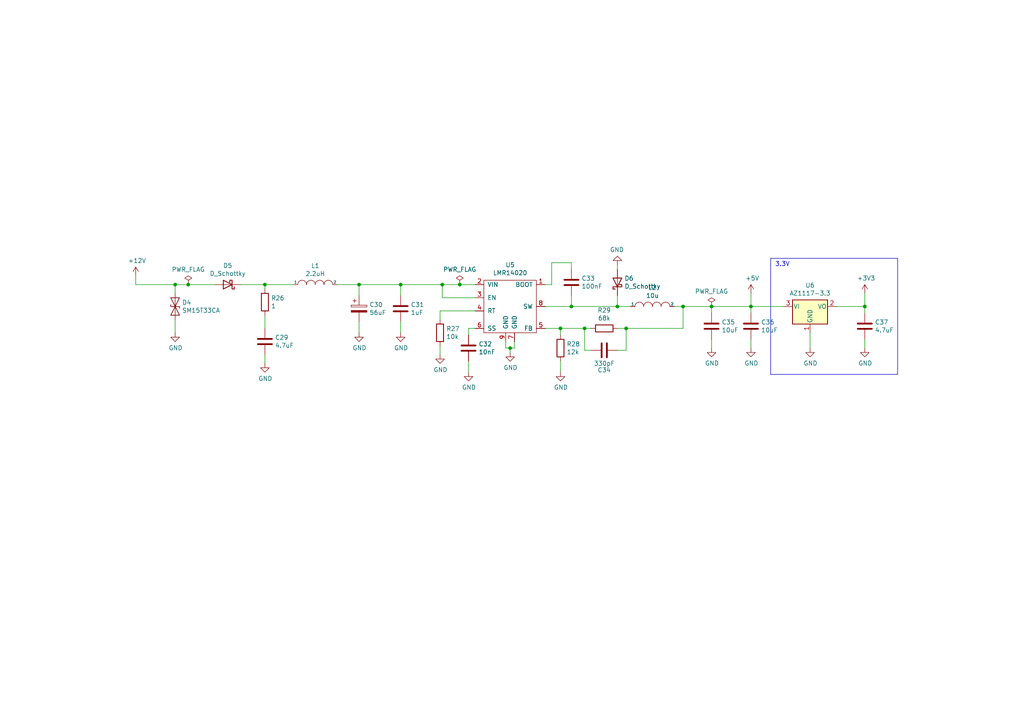
<source format=kicad_sch>
(kicad_sch (version 20230121) (generator eeschema)
  (paper "A4")
  (lib_symbols
    (symbol "Device:C" (pin_numbers hide) (pin_names (offset 0.254))
      (property "Reference" "C" (at 0.635 2.54 0))
      (property "Value" "C" (at 0.635 -2.54 0))
      (symbol "C_0_1"
        (polyline (pts (xy -2.032 -0.762) (xy 2.032 -0.762)) (stroke (width 0.508)))
        (polyline (pts (xy -2.032 0.762) (xy 2.032 0.762)) (stroke (width 0.508)))
      )
      (symbol "C_1_1"
        (pin passive line (at 0 3.81 270) (length 2.794) (name "~") (number "1"))
        (pin passive line (at 0 -3.81 90) (length 2.794) (name "~") (number "2"))
      )
    )
    (symbol "Device:R" (pin_numbers hide) (pin_names (offset 0))
      (property "Reference" "R" (at 2.032 0 90))
      (property "Value" "R" (at 0 0 90))
      (symbol "R_0_1"
        (rectangle (start -1.016 -2.54) (end 1.016 2.54) (stroke (width 0.254)))
      )
      (symbol "R_1_1"
        (pin passive line (at 0 3.81 270) (length 1.27) (name "~") (number "1"))
        (pin passive line (at 0 -3.81 90) (length 1.27) (name "~") (number "2"))
      )
    )
    (symbol "prius_gen2-rescue:+12V-power-prius_gen2-rescue" (power) (pin_names (offset 0))
      (property "Value" "+12V-power-prius_gen2-rescue" (at 0 3.556 0))
      (symbol "+12V-power-prius_gen2-rescue_0_1"
        (polyline (pts (xy -0.762 1.27) (xy 0 2.54)))
        (polyline (pts (xy 0 0) (xy 0 2.54)))
        (polyline (pts (xy 0 2.54) (xy 0.762 1.27)))
      )
      (symbol "+12V-power-prius_gen2-rescue_1_1"
        (pin power_in line (at 0 0 90) (length 0) hide (name "+12V") (number "1"))
      )
    )
    (symbol "prius_gen2-rescue:+3V3-power-prius_gen2-rescue" (power) (pin_names (offset 0))
      (property "Value" "+3V3-power-prius_gen2-rescue" (at 0 3.556 0))
      (symbol "+3V3-power-prius_gen2-rescue_0_1"
        (polyline (pts (xy -0.762 1.27) (xy 0 2.54)))
        (polyline (pts (xy 0 0) (xy 0 2.54)))
        (polyline (pts (xy 0 2.54) (xy 0.762 1.27)))
      )
      (symbol "+3V3-power-prius_gen2-rescue_1_1"
        (pin power_in line (at 0 0 90) (length 0) hide (name "+3V3") (number "1"))
      )
    )
    (symbol "prius_gen2-rescue:+5V-power-prius_gen2-rescue" (power) (pin_names (offset 0))
      (property "Value" "+5V-power-prius_gen2-rescue" (at 0 3.556 0))
      (symbol "+5V-power-prius_gen2-rescue_0_1"
        (polyline (pts (xy -0.762 1.27) (xy 0 2.54)))
        (polyline (pts (xy 0 0) (xy 0 2.54)))
        (polyline (pts (xy 0 2.54) (xy 0.762 1.27)))
      )
      (symbol "+5V-power-prius_gen2-rescue_1_1"
        (pin power_in line (at 0 0 90) (length 0) hide (name "+5V") (number "1"))
      )
    )
    (symbol "prius_gen2-rescue:AZ1117-3.3-Regulator_Linear-prius_gen2-rescue" (pin_names (offset 0.254))
      (property "Reference" "U" (at -3.81 3.175 0))
      (property "Value" "AZ1117-3.3-Regulator_Linear-prius_gen2-rescue" (at 0 3.175 0))
      (symbol "AZ1117-3.3-Regulator_Linear-prius_gen2-rescue_0_1"
        (rectangle (start -5.08 1.905) (end 5.08 -5.08) (stroke (width 0.254)) (fill (type background)))
      )
      (symbol "AZ1117-3.3-Regulator_Linear-prius_gen2-rescue_1_1"
        (pin power_in line (at 0 -7.62 90) (length 2.54) (name "GND") (number "1"))
        (pin power_out line (at 7.62 0 180) (length 2.54) (name "VO") (number "2"))
        (pin power_in line (at -7.62 0 0) (length 2.54) (name "VI") (number "3"))
      )
    )
    (symbol "prius_gen2-rescue:CP-Device-prius_gen2-rescue" (pin_numbers hide) (pin_names (offset 0.254))
      (property "Reference" "C" (at 0.635 2.54 0))
      (property "Value" "CP-Device-prius_gen2-rescue" (at 0.635 -2.54 0))
      (symbol "CP-Device-prius_gen2-rescue_0_1"
        (rectangle (start -2.286 0.508) (end 2.286 1.016))
        (polyline (pts (xy -1.778 2.286) (xy -0.762 2.286)))
        (polyline (pts (xy -1.27 2.794) (xy -1.27 1.778)))
        (rectangle (start 2.286 -0.508) (end -2.286 -1.016) (fill (type outline)))
      )
      (symbol "CP-Device-prius_gen2-rescue_1_1"
        (pin passive line (at 0 3.81 270) (length 2.794) (name "~") (number "1"))
        (pin passive line (at 0 -3.81 90) (length 2.794) (name "~") (number "2"))
      )
    )
    (symbol "prius_gen2-rescue:D_Schottky-Device-prius_gen2-rescue" (pin_numbers hide) (pin_names (offset 1.016) hide)
      (property "Reference" "D" (at 0 2.54 0))
      (property "Value" "D_Schottky-Device-prius_gen2-rescue" (at 0 -2.54 0))
      (symbol "D_Schottky-Device-prius_gen2-rescue_0_1"
        (polyline (pts (xy 1.27 0) (xy -1.27 0)))
        (polyline (pts (xy 1.27 1.27) (xy 1.27 -1.27) (xy -1.27 0) (xy 1.27 1.27)) (stroke (width 0.254)))
        (polyline (pts (xy -1.905 0.635) (xy -1.905 1.27) (xy -1.27 1.27) (xy -1.27 -1.27) (xy -0.635 -1.27) (xy -0.635 -0.635)) (stroke (width 0.254)))
      )
      (symbol "D_Schottky-Device-prius_gen2-rescue_1_1"
        (pin passive line (at -3.81 0 0) (length 2.54) (name "K") (number "1"))
        (pin passive line (at 3.81 0 180) (length 2.54) (name "A") (number "2"))
      )
    )
    (symbol "prius_gen2-rescue:ESD9B3.3ST5G-Diode-prius_gen2-rescue" (pin_numbers hide) (pin_names (offset 1.016) hide)
      (property "Reference" "D" (at 0 2.54 0))
      (property "Value" "ESD9B3.3ST5G-Diode-prius_gen2-rescue" (at 0 -2.54 0))
      (symbol "ESD9B3.3ST5G-Diode-prius_gen2-rescue_0_1"
        (polyline (pts (xy 1.27 0) (xy -1.27 0)))
        (polyline (pts (xy -2.54 -1.27) (xy 0 0) (xy -2.54 1.27) (xy -2.54 -1.27)) (stroke (width 0.2032)))
        (polyline (pts (xy 0.508 1.27) (xy 0 1.27) (xy 0 -1.27) (xy -0.508 -1.27)) (stroke (width 0.2032)))
        (polyline (pts (xy 2.54 1.27) (xy 2.54 -1.27) (xy 0 0) (xy 2.54 1.27)) (stroke (width 0.2032)))
      )
      (symbol "ESD9B3.3ST5G-Diode-prius_gen2-rescue_1_1"
        (pin passive line (at -3.81 0 0) (length 2.54) (name "A1") (number "1"))
        (pin passive line (at 3.81 0 180) (length 2.54) (name "A2") (number "2"))
      )
    )
    (symbol "prius_gen2-rescue:GND-power-prius_gen2-rescue" (power) (pin_names (offset 0))
      (property "Value" "GND-power-prius_gen2-rescue" (at 0 -3.81 0))
      (symbol "GND-power-prius_gen2-rescue_0_1"
        (polyline (pts (xy 0 0) (xy 0 -1.27) (xy 1.27 -1.27) (xy 0 -2.54) (xy -1.27 -1.27) (xy 0 -1.27)))
      )
      (symbol "GND-power-prius_gen2-rescue_1_1"
        (pin power_in line (at 0 0 270) (length 0) hide (name "GND") (number "1"))
      )
    )
    (symbol "prius_gen2-rescue:INDUCTOR-pspice-prius_gen2-rescue" (pin_numbers hide) (pin_names (offset 0))
      (property "Reference" "L" (at 0 2.54 0))
      (property "Value" "INDUCTOR-pspice-prius_gen2-rescue" (at 0 -1.27 0))
      (symbol "INDUCTOR-pspice-prius_gen2-rescue_0_1"
        (arc (start -2.54 0) (mid -3.81 1.2645) (end -5.08 0))
        (arc (start 0 0) (mid -1.27 1.2645) (end -2.54 0))
        (arc (start 2.54 0) (mid 1.27 1.2645) (end 0 0))
        (arc (start 5.08 0) (mid 3.81 1.2645) (end 2.54 0))
      )
      (symbol "INDUCTOR-pspice-prius_gen2-rescue_1_1"
        (pin input line (at -6.35 0 0) (length 1.27) (name "1") (number "1"))
        (pin input line (at 6.35 0 180) (length 1.27) (name "2") (number "2"))
      )
    )
    (symbol "prius_gen2-rescue:LMR14020-lmr14020-prius_gen2-rescue" (pin_names (offset 1.016))
      (property "Reference" "U" (at -3.81 -11.43 0))
      (property "Value" "LMR14020-lmr14020-prius_gen2-rescue" (at 2.54 8.89 0))
      (symbol "LMR14020-lmr14020-prius_gen2-rescue_0_1"
        (rectangle (start -5.08 -8.89) (end 10.16 6.35))
      )
      (symbol "LMR14020-lmr14020-prius_gen2-rescue_1_1"
        (pin bidirectional line (at 12.7 5.08 180) (length 2.54) (name "BOOT") (number "1"))
        (pin power_in line (at -7.62 5.08 0) (length 2.54) (name "VIN") (number "2"))
        (pin input line (at -7.62 1.27 0) (length 2.54) (name "EN") (number "3"))
        (pin bidirectional line (at -7.62 -2.54 0) (length 2.54) (name "RT") (number "4"))
        (pin input line (at 12.7 -7.62 180) (length 2.54) (name "FB") (number "5"))
        (pin bidirectional line (at -7.62 -7.62 0) (length 2.54) (name "SS") (number "6"))
        (pin power_in line (at 3.81 -11.43 90) (length 2.54) (name "GND") (number "7"))
        (pin power_out line (at 12.7 -1.27 180) (length 2.54) (name "SW") (number "8"))
        (pin power_in line (at 1.27 -11.43 90) (length 2.54) (name "GND") (number "9"))
      )
    )
    (symbol "prius_gen2-rescue:PWR_FLAG-power-prius_gen2-rescue" (power) (pin_numbers hide) (pin_names (offset 0) hide)
      (property "Value" "PWR_FLAG-power-prius_gen2-rescue" (at 0 3.81 0))
      (symbol "PWR_FLAG-power-prius_gen2-rescue_0_0"
        (pin power_out line (at 0 0 90) (length 0) (name "pwr") (number "1"))
      )
      (symbol "PWR_FLAG-power-prius_gen2-rescue_0_1"
        (polyline (pts (xy 0 0) (xy 0 1.27) (xy -1.016 1.905) (xy 0 2.54) (xy 1.016 1.905) (xy 0 1.27)))
      )
    )
  )
  (junction (at 217.805 88.9))
  (junction (at 133.35 82.55))
  (junction (at 169.545 95.25))
  (junction (at 165.735 88.9))
  (junction (at 50.8 82.55))
  (junction (at 206.375 88.9))
  (junction (at 250.825 88.9))
  (junction (at 76.835 82.55))
  (junction (at 181.61 95.25))
  (junction (at 179.07 88.9))
  (junction (at 147.955 100.965))
  (junction (at 104.14 82.55))
  (junction (at 162.56 95.25))
  (junction (at 54.61 82.55))
  (junction (at 128.27 82.55))
  (junction (at 116.205 82.55))
  (junction (at 198.12 88.9))
  (wire (pts (xy 104.14 93.345) (xy 104.14 96.52)))
  (wire (pts (xy 127.635 90.17) (xy 137.795 90.17)))
  (polyline (pts (xy 223.52 74.93) (xy 223.52 108.585)))
  (wire (pts (xy 179.07 101.6) (xy 181.61 101.6)))
  (wire (pts (xy 149.225 99.06) (xy 149.225 100.965)))
  (wire (pts (xy 135.89 97.155) (xy 135.89 95.25)))
  (wire (pts (xy 206.375 100.965) (xy 206.375 98.425)))
  (wire (pts (xy 116.205 85.725) (xy 116.205 82.55)))
  (polyline (pts (xy 260.35 108.585) (xy 260.35 74.93)))
  (wire (pts (xy 198.12 95.25) (xy 198.12 88.9)))
  (wire (pts (xy 179.07 76.835) (xy 179.07 78.105)))
  (wire (pts (xy 128.27 86.36) (xy 128.27 82.55)))
  (wire (pts (xy 250.825 100.965) (xy 250.825 98.425)))
  (wire (pts (xy 116.205 82.55) (xy 128.27 82.55)))
  (wire (pts (xy 76.835 102.87) (xy 76.835 105.41)))
  (wire (pts (xy 104.14 82.55) (xy 116.205 82.55)))
  (wire (pts (xy 162.56 95.25) (xy 162.56 97.155)))
  (wire (pts (xy 104.14 82.55) (xy 104.14 85.725)))
  (wire (pts (xy 76.835 91.44) (xy 76.835 95.25)))
  (wire (pts (xy 169.545 101.6) (xy 169.545 95.25)))
  (wire (pts (xy 162.56 107.95) (xy 162.56 104.775)))
  (wire (pts (xy 217.805 85.09) (xy 217.805 88.9)))
  (wire (pts (xy 54.61 82.55) (xy 62.23 82.55)))
  (wire (pts (xy 160.02 76.2) (xy 165.735 76.2)))
  (wire (pts (xy 158.115 82.55) (xy 160.02 82.55)))
  (wire (pts (xy 162.56 95.25) (xy 158.115 95.25)))
  (wire (pts (xy 160.02 82.55) (xy 160.02 76.2)))
  (wire (pts (xy 217.805 88.9) (xy 206.375 88.9)))
  (wire (pts (xy 179.07 88.9) (xy 182.88 88.9)))
  (wire (pts (xy 158.115 88.9) (xy 165.735 88.9)))
  (wire (pts (xy 39.37 82.55) (xy 50.8 82.55)))
  (wire (pts (xy 50.8 96.52) (xy 50.8 92.71)))
  (wire (pts (xy 137.795 82.55) (xy 133.35 82.55)))
  (wire (pts (xy 171.45 95.25) (xy 169.545 95.25)))
  (wire (pts (xy 76.835 82.55) (xy 85.09 82.55)))
  (wire (pts (xy 116.205 96.52) (xy 116.205 93.345)))
  (wire (pts (xy 206.375 88.9) (xy 198.12 88.9)))
  (wire (pts (xy 181.61 95.25) (xy 198.12 95.25)))
  (wire (pts (xy 181.61 101.6) (xy 181.61 95.25)))
  (wire (pts (xy 133.35 82.55) (xy 128.27 82.55)))
  (wire (pts (xy 217.805 88.9) (xy 227.33 88.9)))
  (polyline (pts (xy 260.35 74.93) (xy 223.52 74.93)))
  (wire (pts (xy 135.89 95.25) (xy 137.795 95.25)))
  (wire (pts (xy 135.89 107.95) (xy 135.89 104.775)))
  (wire (pts (xy 39.37 80.01) (xy 39.37 82.55)))
  (wire (pts (xy 217.805 100.965) (xy 217.805 98.425)))
  (wire (pts (xy 147.955 102.235) (xy 147.955 100.965)))
  (wire (pts (xy 217.805 90.805) (xy 217.805 88.9)))
  (wire (pts (xy 242.57 88.9) (xy 250.825 88.9)))
  (wire (pts (xy 50.8 82.55) (xy 54.61 82.55)))
  (wire (pts (xy 250.825 90.805) (xy 250.825 88.9)))
  (wire (pts (xy 149.225 100.965) (xy 147.955 100.965)))
  (wire (pts (xy 179.07 95.25) (xy 181.61 95.25)))
  (wire (pts (xy 234.95 100.965) (xy 234.95 96.52)))
  (wire (pts (xy 169.545 95.25) (xy 162.56 95.25)))
  (polyline (pts (xy 223.52 108.585) (xy 260.35 108.585)))
  (wire (pts (xy 165.735 88.9) (xy 179.07 88.9)))
  (wire (pts (xy 69.85 82.55) (xy 76.835 82.55)))
  (wire (pts (xy 171.45 101.6) (xy 169.545 101.6)))
  (wire (pts (xy 250.825 88.9) (xy 250.825 85.09)))
  (wire (pts (xy 76.835 82.55) (xy 76.835 83.82)))
  (wire (pts (xy 97.79 82.55) (xy 104.14 82.55)))
  (wire (pts (xy 206.375 90.805) (xy 206.375 88.9)))
  (wire (pts (xy 147.955 100.965) (xy 146.685 100.965)))
  (wire (pts (xy 179.07 85.725) (xy 179.07 88.9)))
  (wire (pts (xy 50.8 82.55) (xy 50.8 85.09)))
  (wire (pts (xy 165.735 88.9) (xy 165.735 85.725)))
  (wire (pts (xy 137.795 86.36) (xy 128.27 86.36)))
  (wire (pts (xy 165.735 76.2) (xy 165.735 78.105)))
  (wire (pts (xy 127.635 92.71) (xy 127.635 90.17)))
  (wire (pts (xy 146.685 100.965) (xy 146.685 99.06)))
  (wire (pts (xy 198.12 88.9) (xy 195.58 88.9)))
  (wire (pts (xy 127.635 102.87) (xy 127.635 100.33)))
  (text "3.3V" (at 224.79 77.47 0) (effects (font (size 1.27 1.27)) (justify left bottom)))
  (symbol (lib_id "prius_gen2-rescue:AZ1117-3.3-Regulator_Linear-prius_gen2-rescue") (at 234.95 88.9 0) (unit 1)
    (property "Reference" "U6" (at 234.95 82.7532 0))
    (property "Value" "AZ1117-3.3" (at 234.95 85.0646 0))
    (property "Footprint" "Package_TO_SOT_SMD:SOT-223-3_TabPin2" (effects hide))
    (property "Datasheet" "https://www.diodes.com/assets/Datasheets/AZ1117.pdf" (effects hide))
  )
  (symbol (lib_id "prius_gen2-rescue:D_Schottky-Device-prius_gen2-rescue") (at 66.04 82.55 180) (unit 1)
    (property "Reference" "D5" (at 66.04 77.0382 0))
    (property "Value" "D_Schottky" (at 66.04 79.3496 0))
    (property "Footprint" "Diode_SMD:D_SMA" (effects hide))
  )
  (symbol (lib_id "prius_gen2-rescue:ESD9B3.3ST5G-Diode-prius_gen2-rescue") (at 50.8 88.9 270) (unit 1)
    (property "Reference" "D4" (at 52.8066 87.7316 90) (effects (justify left)))
    (property "Value" "SM15T33CA" (at 52.8066 90.043 90) (effects (justify left)))
    (property "Footprint" "Diode_SMD:D_SMC" (effects hide))
    (property "Datasheet" "https://www.onsemi.com/pub/Collateral/ESD9B-D.PDF" (effects hide))
  )
  (symbol (lib_id "prius_gen2-rescue:GND-power-prius_gen2-rescue") (at 50.8 96.52 0) (unit 1)
    (property "Reference" "#PWR053" (effects hide))
    (property "Value" "GND" (at 50.927 100.9142 0))
  )
  (symbol (lib_id "prius_gen2-rescue:LMR14020-lmr14020-prius_gen2-rescue") (at 145.415 87.63 0) (unit 1)
    (property "Reference" "U5" (at 147.955 76.835 0))
    (property "Value" "LMR14020" (at 147.955 79.1464 0))
    (property "Footprint" "Package_SO:SOIC-8-1EP_3.9x4.9mm_P1.27mm_EP2.29x3mm" (effects hide))
  )
  (symbol (lib_id "Device:R") (at 76.835 87.63 0) (unit 1)
    (property "Reference" "R26" (at 78.613 86.4616 0) (effects (justify left)))
    (property "Value" "1" (at 78.613 88.773 0) (effects (justify left)))
    (property "Footprint" "Resistor_SMD:R_0603_1608Metric" (effects hide))
  )
  (symbol (lib_id "Device:C") (at 76.835 99.06 0) (unit 1)
    (property "Reference" "C29" (at 79.756 97.8916 0) (effects (justify left)))
    (property "Value" "4.7uF" (at 79.756 100.203 0) (effects (justify left)))
    (property "Footprint" "Capacitor_SMD:C_0603_1608Metric" (effects hide))
  )
  (symbol (lib_id "prius_gen2-rescue:INDUCTOR-pspice-prius_gen2-rescue") (at 91.44 82.55 0) (unit 1)
    (property "Reference" "L1" (at 91.44 77.089 0))
    (property "Value" "2.2uH" (at 91.44 79.4004 0))
    (property "Footprint" "Inductor_SMD:L_1210_3225Metric" (effects hide))
  )
  (symbol (lib_id "prius_gen2-rescue:CP-Device-prius_gen2-rescue") (at 104.14 89.535 0) (unit 1)
    (property "Reference" "C30" (at 107.1372 88.3666 0) (effects (justify left)))
    (property "Value" "56uF" (at 107.1372 90.678 0) (effects (justify left)))
    (property "Footprint" "Capacitor_THT:CP_Radial_D8.0mm_P3.50mm" (effects hide))
  )
  (symbol (lib_id "Device:C") (at 116.205 89.535 0) (unit 1)
    (property "Reference" "C31" (at 119.126 88.3666 0) (effects (justify left)))
    (property "Value" "1uF" (at 119.126 90.678 0) (effects (justify left)))
    (property "Footprint" "Capacitor_SMD:C_0603_1608Metric" (effects hide))
  )
  (symbol (lib_id "prius_gen2-rescue:GND-power-prius_gen2-rescue") (at 76.835 105.41 0) (unit 1)
    (property "Reference" "#PWR054" (effects hide))
    (property "Value" "GND" (at 76.962 109.8042 0))
  )
  (symbol (lib_id "prius_gen2-rescue:GND-power-prius_gen2-rescue") (at 104.14 96.52 0) (unit 1)
    (property "Reference" "#PWR055" (effects hide))
    (property "Value" "GND" (at 104.267 100.9142 0))
  )
  (symbol (lib_id "prius_gen2-rescue:GND-power-prius_gen2-rescue") (at 116.205 96.52 0) (unit 1)
    (property "Reference" "#PWR056" (effects hide))
    (property "Value" "GND" (at 116.332 100.9142 0))
  )
  (symbol (lib_id "Device:R") (at 127.635 96.52 0) (unit 1)
    (property "Reference" "R27" (at 129.413 95.3516 0) (effects (justify left)))
    (property "Value" "10k" (at 129.413 97.663 0) (effects (justify left)))
    (property "Footprint" "Resistor_SMD:R_0603_1608Metric" (effects hide))
    (property "LCSC" "C25804" (effects hide))
  )
  (symbol (lib_id "prius_gen2-rescue:GND-power-prius_gen2-rescue") (at 127.635 102.87 0) (unit 1)
    (property "Reference" "#PWR057" (effects hide))
    (property "Value" "GND" (at 127.762 107.2642 0))
  )
  (symbol (lib_id "Device:C") (at 135.89 100.965 0) (unit 1)
    (property "Reference" "C32" (at 138.811 99.7966 0) (effects (justify left)))
    (property "Value" "10nF" (at 138.811 102.108 0) (effects (justify left)))
    (property "Footprint" "Capacitor_SMD:C_0603_1608Metric" (effects hide))
    (property "LCSC" "C302008" (effects hide))
  )
  (symbol (lib_id "prius_gen2-rescue:GND-power-prius_gen2-rescue") (at 135.89 107.95 0) (unit 1)
    (property "Reference" "#PWR058" (effects hide))
    (property "Value" "GND" (at 136.017 112.3442 0))
  )
  (symbol (lib_id "prius_gen2-rescue:GND-power-prius_gen2-rescue") (at 147.955 102.235 0) (unit 1)
    (property "Reference" "#PWR059" (effects hide))
    (property "Value" "GND" (at 148.082 106.6292 0))
  )
  (symbol (lib_id "Device:C") (at 165.735 81.915 0) (unit 1)
    (property "Reference" "C33" (at 168.656 80.7466 0) (effects (justify left)))
    (property "Value" "100nF" (at 168.656 83.058 0) (effects (justify left)))
    (property "Footprint" "Capacitor_SMD:C_0603_1608Metric" (effects hide))
  )
  (symbol (lib_id "prius_gen2-rescue:D_Schottky-Device-prius_gen2-rescue") (at 179.07 81.915 90) (unit 1)
    (property "Reference" "D6" (at 181.102 80.7466 90) (effects (justify right)))
    (property "Value" "D_Schottky" (at 181.102 83.058 90) (effects (justify right)))
    (property "Footprint" "Diode_SMD:D_SMA" (effects hide))
  )
  (symbol (lib_id "prius_gen2-rescue:INDUCTOR-pspice-prius_gen2-rescue") (at 189.23 88.9 0) (unit 1)
    (property "Reference" "L2" (at 189.23 83.439 0))
    (property "Value" "10u" (at 189.23 85.7504 0))
    (property "Footprint" "prius_gen2_kicad:MWSA0503" (effects hide))
  )
  (symbol (lib_id "prius_gen2-rescue:GND-power-prius_gen2-rescue") (at 179.07 76.835 180) (unit 1)
    (property "Reference" "#PWR061" (effects hide))
    (property "Value" "GND" (at 178.943 72.4408 0))
  )
  (symbol (lib_id "Device:R") (at 162.56 100.965 0) (unit 1)
    (property "Reference" "R28" (at 164.338 99.7966 0) (effects (justify left)))
    (property "Value" "12k" (at 164.338 102.108 0) (effects (justify left)))
    (property "Footprint" "Resistor_SMD:R_0603_1608Metric" (effects hide))
  )
  (symbol (lib_id "Device:R") (at 175.26 95.25 270) (unit 1)
    (property "Reference" "R29" (at 175.26 89.9922 90))
    (property "Value" "68k" (at 175.26 92.3036 90))
    (property "Footprint" "Resistor_SMD:R_0603_1608Metric" (effects hide))
    (property "LCSC" "C23231" (effects hide))
  )
  (symbol (lib_id "prius_gen2-rescue:GND-power-prius_gen2-rescue") (at 162.56 107.95 0) (unit 1)
    (property "Reference" "#PWR060" (effects hide))
    (property "Value" "GND" (at 162.687 112.3442 0))
  )
  (symbol (lib_id "Device:C") (at 175.26 101.6 90) (unit 1)
    (property "Reference" "C34" (at 175.26 107.315 90))
    (property "Value" "330pF" (at 175.26 105.41 90))
    (property "Footprint" "Capacitor_SMD:C_0603_1608Metric" (effects hide))
  )
  (symbol (lib_id "Device:C") (at 206.375 94.615 0) (unit 1)
    (property "Reference" "C35" (at 209.296 93.4466 0) (effects (justify left)))
    (property "Value" "10uF" (at 209.296 95.758 0) (effects (justify left)))
    (property "Footprint" "Capacitor_SMD:C_0603_1608Metric" (effects hide))
  )
  (symbol (lib_id "prius_gen2-rescue:GND-power-prius_gen2-rescue") (at 206.375 100.965 0) (unit 1)
    (property "Reference" "#PWR062" (effects hide))
    (property "Value" "GND" (at 206.502 105.3592 0))
  )
  (symbol (lib_id "Device:C") (at 217.805 94.615 0) (unit 1)
    (property "Reference" "C36" (at 220.726 93.4466 0) (effects (justify left)))
    (property "Value" "10uF" (at 220.726 95.758 0) (effects (justify left)))
    (property "Footprint" "Capacitor_SMD:C_0603_1608Metric" (effects hide))
  )
  (symbol (lib_id "prius_gen2-rescue:GND-power-prius_gen2-rescue") (at 217.805 100.965 0) (unit 1)
    (property "Reference" "#PWR064" (effects hide))
    (property "Value" "GND" (at 217.932 105.3592 0))
  )
  (symbol (lib_id "prius_gen2-rescue:GND-power-prius_gen2-rescue") (at 234.95 100.965 0) (unit 1)
    (property "Reference" "#PWR065" (effects hide))
    (property "Value" "GND" (at 235.077 105.3592 0))
  )
  (symbol (lib_id "prius_gen2-rescue:+3V3-power-prius_gen2-rescue") (at 250.825 85.09 0) (unit 1)
    (property "Reference" "#PWR066" (effects hide))
    (property "Value" "+3V3" (at 251.206 80.6958 0))
  )
  (symbol (lib_id "Device:C") (at 250.825 94.615 0) (unit 1)
    (property "Reference" "C37" (at 253.746 93.4466 0) (effects (justify left)))
    (property "Value" "4.7uF" (at 253.746 95.758 0) (effects (justify left)))
    (property "Footprint" "Capacitor_SMD:C_0603_1608Metric" (effects hide))
  )
  (symbol (lib_id "prius_gen2-rescue:GND-power-prius_gen2-rescue") (at 250.825 100.965 0) (unit 1)
    (property "Reference" "#PWR067" (effects hide))
    (property "Value" "GND" (at 250.952 105.3592 0))
  )
  (symbol (lib_id "prius_gen2-rescue:PWR_FLAG-power-prius_gen2-rescue") (at 54.61 82.55 0) (unit 1)
    (property "Reference" "#FLG03" (effects hide))
    (property "Value" "PWR_FLAG" (at 54.61 78.1558 0))
  )
  (symbol (lib_id "prius_gen2-rescue:PWR_FLAG-power-prius_gen2-rescue") (at 206.375 88.9 0) (unit 1)
    (property "Reference" "#FLG05" (effects hide))
    (property "Value" "PWR_FLAG" (at 206.375 84.5058 0))
  )
  (symbol (lib_id "prius_gen2-rescue:+5V-power-prius_gen2-rescue") (at 217.805 85.09 0) (unit 1)
    (property "Reference" "#PWR063" (effects hide))
    (property "Value" "+5V" (at 218.186 80.6958 0))
  )
  (symbol (lib_id "prius_gen2-rescue:+12V-power-prius_gen2-rescue") (at 39.37 80.01 0) (unit 1)
    (property "Reference" "#PWR052" (effects hide))
    (property "Value" "+12V" (at 39.751 75.6158 0))
  )
  (symbol (lib_id "prius_gen2-rescue:PWR_FLAG-power-prius_gen2-rescue") (at 133.35 82.55 0) (unit 1)
    (property "Reference" "#FLG04" (effects hide))
    (property "Value" "PWR_FLAG" (at 133.35 78.1558 0))
  )
)
</source>
